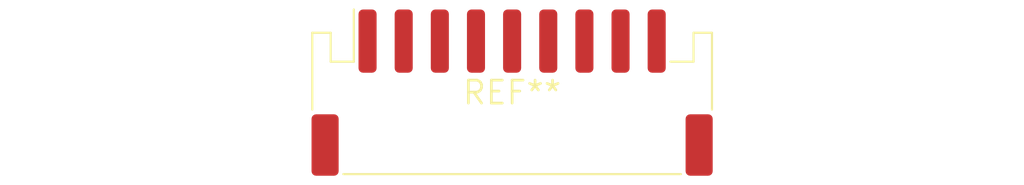
<source format=kicad_pcb>
(kicad_pcb (version 20240108) (generator pcbnew)
  (layers (0 "F.Cu" signal) (31 "B.Cu" signal) (34 "B.Paste" user) (35 "F.Paste" user) (36 "B.SilkS" user "B.Silkscreen") (37 "F.SilkS" user "F.Silkscreen") (38 "B.Mask" user) (39 "F.Mask" user) (44 "Edge.Cuts" user))
  (net 0 "")
  (footprint "JST_PH_S9B-PH-SM4-TB_1x09-1MP_P2.00mm_Horizontal" (layer "F.Cu") (at 0 0)
    (property "Reference" "REF**")
    (property "Value" "JST_PH_S9B-PH-SM4-TB_1x09-1MP_P2.00mm_Horizontal")
    (fp_line (start -11.06 -3.31) (end -10.04 -3.31) (layer "F.SilkS") (stroke (width 0.12)))
    (fp_line (start -11.06 0.94) (end -11.06 -3.31) (layer "F.SilkS") (stroke (width 0.12)))
    (fp_line (start -10.04 -3.31) (end -10.04 -1.71) (layer "F.SilkS") (stroke (width 0.12)))
    (fp_line (start -10.04 -1.71) (end -8.76 -1.71) (layer "F.SilkS") (stroke (width 0.12)))
    (fp_line (start -9.34 4.51) (end 9.34 4.51) (layer "F.SilkS") (stroke (width 0.12)))
    (fp_line (start -8.76 -1.71) (end -8.76 -4.6) (layer "F.SilkS") (stroke (width 0.12)))
    (fp_line (start 10.04 -3.31) (end 10.04 -1.71) (layer "F.SilkS") (stroke (width 0.12)))
    (fp_line (start 10.04 -1.71) (end 8.76 -1.71) (layer "F.SilkS") (stroke (width 0.12)))
    (fp_line (start 11.06 -3.31) (end 10.04 -3.31) (layer "F.SilkS") (stroke (width 0.12)))
    (fp_line (start 11.06 0.94) (end 11.06 -3.31) (layer "F.SilkS") (stroke (width 0.12)))
    (pad "1" smd roundrect (at -8 -2.85) (size 1 3.5) (layers "F.Cu" "F.Paste" "F.Mask"))
    (pad "2" smd roundrect (at -6 -2.85) (size 1 3.5) (layers "F.Cu" "F.Paste" "F.Mask"))
    (pad "3" smd roundrect (at -4 -2.85) (size 1 3.5) (layers "F.Cu" "F.Paste" "F.Mask"))
    (pad "4" smd roundrect (at -2 -2.85) (size 1 3.5) (layers "F.Cu" "F.Paste" "F.Mask"))
    (pad "5" smd roundrect (at 0 -2.85) (size 1 3.5) (layers "F.Cu" "F.Paste" "F.Mask"))
    (pad "6" smd roundrect (at 2 -2.85) (size 1 3.5) (layers "F.Cu" "F.Paste" "F.Mask"))
    (pad "7" smd roundrect (at 4 -2.85) (size 1 3.5) (layers "F.Cu" "F.Paste" "F.Mask"))
    (pad "8" smd roundrect (at 6 -2.85) (size 1 3.5) (layers "F.Cu" "F.Paste" "F.Mask"))
    (pad "9" smd roundrect (at 8 -2.85) (size 1 3.5) (layers "F.Cu" "F.Paste" "F.Mask"))
    (pad "MP" smd roundrect (at -10.35 2.9) (size 1.5 3.4) (layers "F.Cu" "F.Paste" "F.Mask") (roundrect_rratio 0.166667))
    (pad "MP" smd roundrect (at 10.35 2.9) (size 1.5 3.4) (layers "F.Cu" "F.Paste" "F.Mask") (roundrect_rratio 0.166667))
  )
)
</source>
